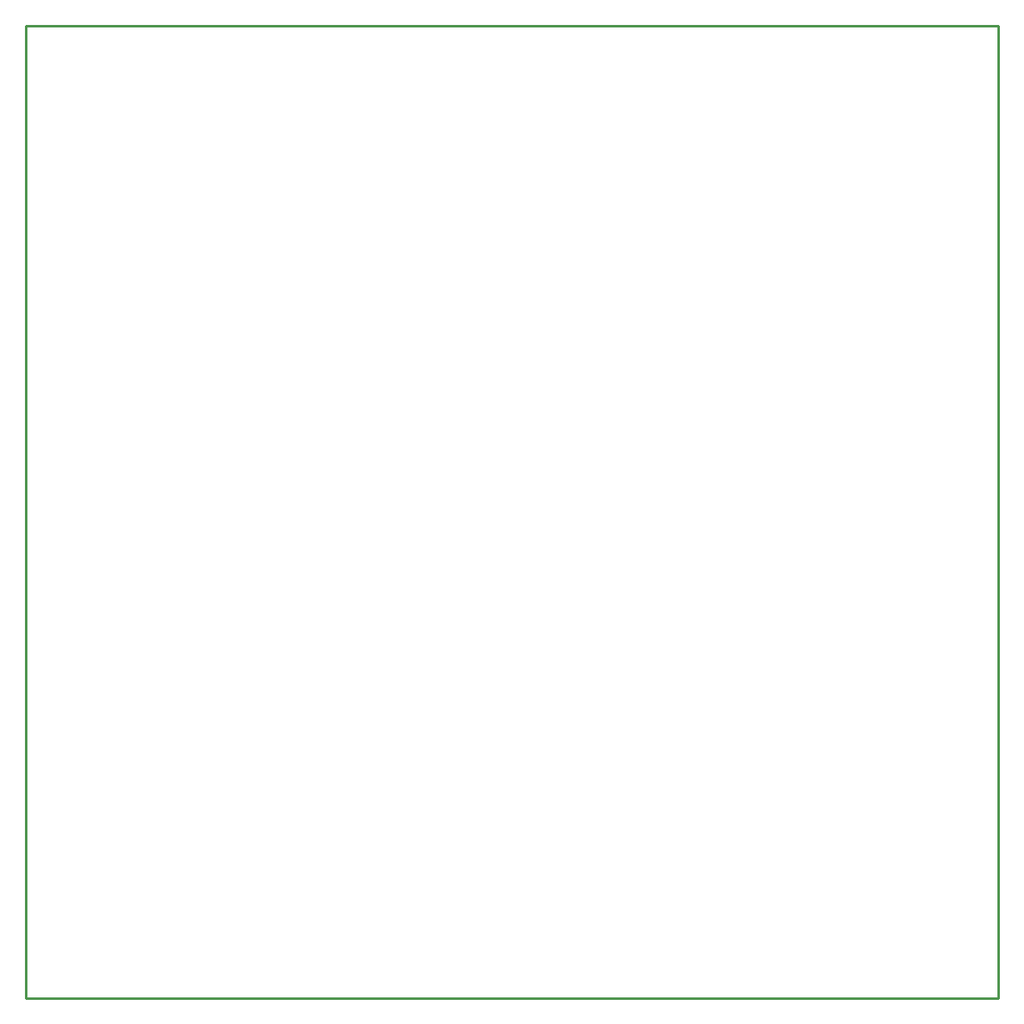
<source format=gm1>
G04*
G04 #@! TF.GenerationSoftware,Altium Limited,Altium Designer,20.0.10 (225)*
G04*
G04 Layer_Color=16711935*
%FSLAX24Y24*%
%MOIN*%
G70*
G01*
G75*
%ADD10C,0.0100*%
D10*
X58276Y8824D02*
Y47800D01*
X19300Y8824D02*
X58276D01*
X19300D02*
Y47800D01*
X58276D01*
Y8824D02*
Y47800D01*
X19300Y8824D02*
X58276D01*
X19300D02*
Y47800D01*
X58276D01*
M02*

</source>
